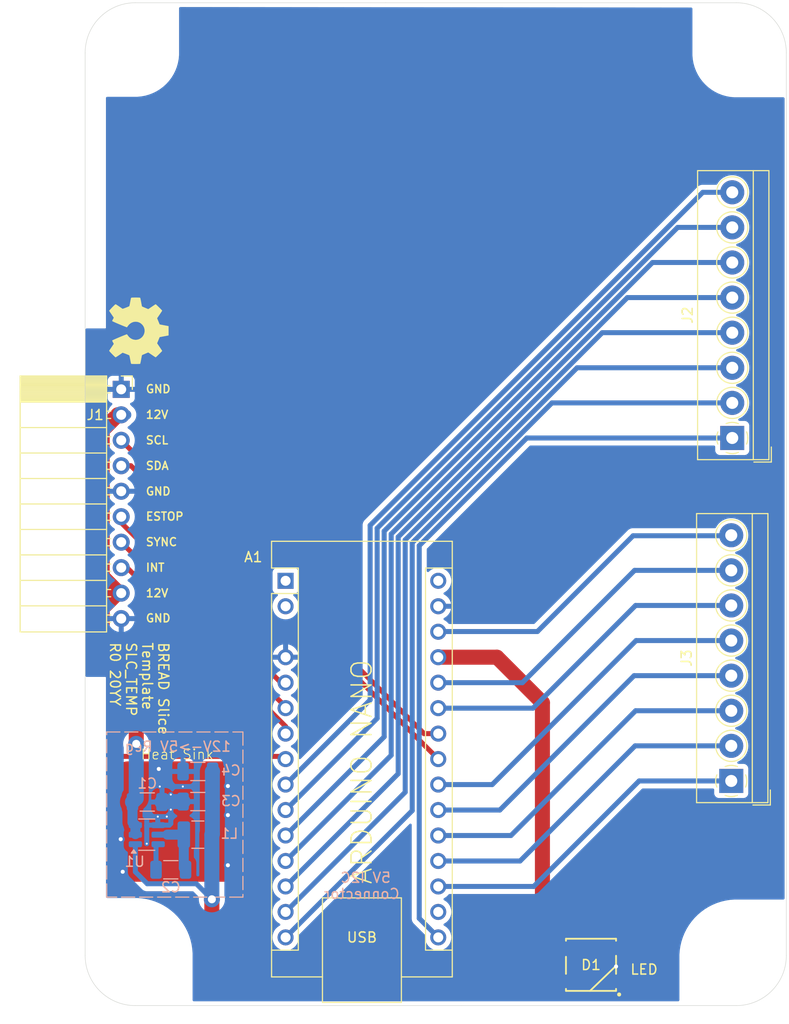
<source format=kicad_pcb>
(kicad_pcb (version 20240108) (generator "pcbnew") (generator_version "8.0")
  (layers (0 "F.Cu" signal) (31 "B.Cu" signal) (34 "B.Paste" user) (35 "F.Paste" user) (36 "B.SilkS" user "B.Silkscreen") (37 "F.SilkS" user "F.Silkscreen") (38 "B.Mask" user) (39 "F.Mask" user) (44 "Edge.Cuts" user))
  (net 0 "")
  (net 3 "GND")
  (net 4 "/D12")
  (net 5 "+5V")
  (net 6 "/LED")
  (net 7 "/I2C_CLK")
  (net 8 "/D11")
  (net 9 "/I2C_DAT")
  (net 10 "/D10")
  (net 11 "/SYNC")
  (net 13 "/E_STOP")
  (net 14 "/A0")
  (net 15 "/A6")
  (net 16 "/A1")
  (net 17 "/A2")
  (net 18 "+12V")
  (net 19 "/INT")
  (net 20 "/D8")
  (net 21 "/A7")
  (net 22 "/D6")
  (net 23 "/D7")
  (net 24 "/D9")
  (net 25 "/D13")
  (net 26 "/A3")
  (net 27 "/RESET")
  (net 28 "Net-(U1-SW)")
  (net 29 "Net-(U1-BST)")
  (net 30 "unconnected-(A1-VIN-Pad30)")
  (net 32 "/AREF")
  (footprint "MountingHole:MountingHole_5mm" (layer "F.Cu") (at 127.6 44.8)
    (property "Reference" "H1" (hide yes))
    (property "Value" "MountingHole")
    (pad "" np_thru_hole circle (at 0 0) (size 5 5) (drill 5) (layers "*.Cu" "*.Mask"))
  )
  (footprint "MountingHole:MountingHole_5mm" (layer "F.Cu") (at 187.6 44.8)
    (property "Reference" "H3" (hide yes))
    (property "Value" "MountingHole")
    (pad "" np_thru_hole circle (at 0 0) (size 5 5) (drill 5) (layers "*.Cu" "*.Mask"))
  )
  (footprint "MountingHole:MountingHole_5mm" (layer "F.Cu") (at 127.6 134.8)
    (property "Reference" "H2" (hide yes))
    (property "Value" "MountingHole")
    (pad "" np_thru_hole circle (at 0 0) (size 5 5) (drill 5) (layers "*.Cu" "*.Mask"))
  )
  (footprint "MountingHole:MountingHole_5mm" (layer "F.Cu") (at 187.6 134.8)
    (property "Reference" "H4" (hide yes))
    (property "Value" "MountingHole")
    (pad "" np_thru_hole circle (at 0 0) (size 5 5) (drill 5) (layers "*.Cu" "*.Mask"))
  )
  (footprint "Module:Arduino_Nano" (layer "F.Cu") (at 142.61 97.44)
    (property "Reference" "A1" (at -3.224 -2.364 0) (layer "F.SilkS"))
    (property "Value" "Arduino_Nano_v3.x")
    (fp_line (start -1.4 -3.94) (end -1.4 -1.27) (stroke (width 0.12)) (layer "F.SilkS"))
    (fp_line (start -1.4 1.27) (end -1.4 39.5) (stroke (width 0.12)) (layer "F.SilkS"))
    (fp_line (start -1.4 39.5) (end 3.68 39.5) (stroke (width 0.12)) (layer "F.SilkS"))
    (fp_line (start 1.27 -1.27) (end -1.4 -1.27) (stroke (width 0.12)) (layer "F.SilkS"))
    (fp_line (start 1.27 1.27) (end -1.4 1.27) (stroke (width 0.12)) (layer "F.SilkS"))
    (fp_line (start 1.27 1.27) (end 1.27 -1.27) (stroke (width 0.12)) (layer "F.SilkS"))
    (fp_line (start 1.27 1.27) (end 1.27 36.83) (stroke (width 0.12)) (layer "F.SilkS"))
    (fp_line (start 1.27 36.83) (end -1.4 36.83) (stroke (width 0.12)) (layer "F.SilkS"))
    (fp_line (start 3.68 31.62) (end 11.56 31.62) (stroke (width 0.12)) (layer "F.SilkS"))
    (fp_line (start 3.68 42.04) (end 3.68 31.62) (stroke (width 0.12)) (layer "F.SilkS"))
    (fp_line (start 11.56 31.62) (end 11.56 42.04) (stroke (width 0.12)) (layer "F.SilkS"))
    (fp_line (start 11.56 42.04) (end 3.68 42.04) (stroke (width 0.12)) (layer "F.SilkS"))
    (fp_line (start 13.97 -1.27) (end 13.97 36.83) (stroke (width 0.12)) (layer "F.SilkS"))
    (fp_line (start 13.97 -1.27) (end 16.64 -1.27) (stroke (width 0.12)) (layer "F.SilkS"))
    (fp_line (start 13.97 36.83) (end 16.64 36.83) (stroke (width 0.12)) (layer "F.SilkS"))
    (fp_line (start 16.64 -3.94) (end -1.4 -3.94) (stroke (width 0.12)) (layer "F.SilkS"))
    (fp_line (start 16.64 39.5) (end 11.56 39.5) (stroke (width 0.12)) (layer "F.SilkS"))
    (fp_line (start 16.64 39.5) (end 16.64 -3.94) (stroke (width 0.12)) (layer "F.SilkS"))
    (fp_text user "USB" (at 7.62 35.56 0) (layer "F.SilkS"))
    (pad "1" thru_hole rect (at 0 0) (size 1.6 1.6) (drill 1) (layers "*.Cu" "*.Mask"))
    (pad "2" thru_hole oval (at 0 2.54) (size 1.6 1.6) (drill 1) (layers "*.Cu" "*.Mask"))
    (pad "4" thru_hole oval (at 0 7.62) (size 1.6 1.6) (drill 1) (layers "*.Cu" "*.Mask") (net 3 "GND"))
    (pad "5" thru_hole oval (at 0 10.16) (size 1.6 1.6) (drill 1) (layers "*.Cu" "*.Mask") (net 13 "/E_STOP"))
    (pad "6" thru_hole oval (at 0 12.7) (size 1.6 1.6) (drill 1) (layers "*.Cu" "*.Mask") (net 19 "/INT"))
    (pad "7" thru_hole oval (at 0 15.24) (size 1.6 1.6) (drill 1) (layers "*.Cu" "*.Mask") (net 11 "/SYNC"))
    (pad "8" thru_hole oval (at 0 17.78) (size 1.6 1.6) (drill 1) (layers "*.Cu" "*.Mask") (net 6 "/LED"))
    (pad "9" thru_hole oval (at 0 20.32) (size 1.6 1.6) (drill 1) (layers "*.Cu" "*.Mask") (net 22 "/D6"))
    (pad "10" thru_hole oval (at 0 22.86) (size 1.6 1.6) (drill 1) (layers "*.Cu" "*.Mask") (net 23 "/D7"))
    (pad "11" thru_hole oval (at 0 25.4) (size 1.6 1.6) (drill 1) (layers "*.Cu" "*.Mask") (net 20 "/D8"))
    (pad "12" thru_hole oval (at 0 27.94) (size 1.6 1.6) (drill 1) (layers "*.Cu" "*.Mask") (net 24 "/D9"))
    (pad "13" thru_hole oval (at 0 30.48) (size 1.6 1.6) (drill 1) (layers "*.Cu" "*.Mask") (net 10 "/D10"))
    (pad "14" thru_hole oval (at 0 33.02) (size 1.6 1.6) (drill 1) (layers "*.Cu" "*.Mask") (net 8 "/D11"))
    (pad "15" thru_hole oval (at 0 35.56) (size 1.6 1.6) (drill 1) (layers "*.Cu" "*.Mask") (net 4 "/D12"))
    (pad "16" thru_hole oval (at 15.24 35.56) (size 1.6 1.6) (drill 1) (layers "*.Cu" "*.Mask") (net 25 "/D13"))
    (pad "17" thru_hole oval (at 15.24 33.02) (size 1.6 1.6) (drill 1) (layers "*.Cu" "*.Mask"))
    (pad "18" thru_hole oval (at 15.24 30.48) (size 1.6 1.6) (drill 1) (layers "*.Cu" "*.Mask") (net 32 "/AREF"))
    (pad "19" thru_hole oval (at 15.24 27.94) (size 1.6 1.6) (drill 1) (layers "*.Cu" "*.Mask") (net 14 "/A0"))
    (pad "20" thru_hole oval (at 15.24 25.4) (size 1.6 1.6) (drill 1) (layers "*.Cu" "*.Mask") (net 16 "/A1"))
    (pad "21" thru_hole oval (at 15.24 22.86) (size 1.6 1.6) (drill 1) (layers "*.Cu" "*.Mask") (net 17 "/A2"))
    (pad "22" thru_hole oval (at 15.24 20.32) (size 1.6 1.6) (drill 1) (layers "*.Cu" "*.Mask") (net 26 "/A3"))
    (pad "23" thru_hole oval (at 15.24 17.78) (size 1.6 1.6) (drill 1) (layers "*.Cu" "*.Mask") (net 9 "/I2C_DAT"))
    (pad "24" thru_hole oval (at 15.24 15.24) (size 1.6 1.6) (drill 1) (layers "*.Cu" "*.Mask") (net 7 "/I2C_CLK"))
    (pad "25" thru_hole oval (at 15.24 12.7) (size 1.6 1.6) (drill 1) (layers "*.Cu" "*.Mask") (net 15 "/A6"))
    (pad "26" thru_hole oval (at 15.24 10.16) (size 1.6 1.6) (drill 1) (layers "*.Cu" "*.Mask") (net 21 "/A7"))
    (pad "27" thru_hole oval (at 15.24 7.62) (size 1.6 1.6) (drill 1) (layers "*.Cu" "*.Mask") (net 5 "+5V"))
    (pad "28" thru_hole oval (at 15.24 5.08) (size 1.6 1.6) (drill 1) (layers "*.Cu" "*.Mask") (net 27 "/RESET"))
    (pad "29" thru_hole oval (at 15.24 2.54) (size 1.6 1.6) (drill 1) (layers "*.Cu" "*.Mask") (net 3 "GND"))
    (pad "30" thru_hole oval (at 15.24 0) (size 1.6 1.6) (drill 1) (layers "*.Cu" "*.Mask") (net 30 "unconnected-(A1-VIN-Pad30)"))
  )
  (footprint "Connector_PinSocket_2.54mm:PinSocket_1x10_P2.54mm_Horizontal" (layer "F.Cu") (at 126.2 78.35)
    (property "Reference" "J1" (at -2.6 2.55 0) (layer "F.SilkS"))
    (property "Value" "Conn_01x10_Female")
    (fp_line (start -10.09 -1.33) (end -10.09 24.19) (stroke (width 0.12)) (layer "F.SilkS"))
    (fp_line (start -10.09 -1.33) (end -1.46 -1.33) (stroke (width 0.12)) (layer "F.SilkS"))
    (fp_line (start -10.09 -1.21) (end -1.46 -1.21) (stroke (width 0.12)) (layer "F.SilkS"))
    (fp_line (start -10.09 -1.091905) (end -1.46 -1.091905) (stroke (width 0.12)) (layer "F.SilkS"))
    (fp_line (start -10.09 -0.97381) (end -1.46 -0.97381) (stroke (width 0.12)) (layer "F.SilkS"))
    (fp_line (start -10.09 -0.855715) (end -1.46 -0.855715) (stroke (width 0.12)) (layer "F.SilkS"))
    (fp_line (start -10.09 -0.73762) (end -1.46 -0.73762) (stroke (width 0.12)) (layer "F.SilkS"))
    (fp_line (start -10.09 -0.619525) (end -1.46 -0.619525) (stroke (width 0.12)) (layer "F.SilkS"))
    (fp_line (start -10.09 -0.50143) (end -1.46 -0.50143) (stroke (width 0.12)) (layer "F.SilkS"))
    (fp_line (start -10.09 -0.383335) (end -1.46 -0.383335) (stroke (width 0.12)) (layer "F.SilkS"))
    (fp_line (start -10.09 -0.26524) (end -1.46 -0.26524) (stroke (width 0.12)) (layer "F.SilkS"))
    (fp_line (start -10.09 -0.147145) (end -1.46 -0.147145) (stroke (width 0.12)) (layer "F.SilkS"))
    (fp_line (start -10.09 -0.02905) (end -1.46 -0.02905) (stroke (width 0.12)) (layer "F.SilkS"))
    (fp_line (start -10.09 0.089045) (end -1.46 0.089045) (stroke (width 0.12)) (layer "F.SilkS"))
    (fp_line (start -10.09 0.20714) (end -1.46 0.20714) (stroke (width 0.12)) (layer "F.SilkS"))
    (fp_line (start -10.09 0.325235) (end -1.46 0.325235) (stroke (width 0.12)) (layer "F.SilkS"))
    (fp_line (start -10.09 0.44333) (end -1.46 0.44333) (stroke (width 0.12)) (layer "F.SilkS"))
    (fp_line (start -10.09 0.561425) (end -1.46 0.561425) (stroke (width 0.12)) (layer "F.SilkS"))
    (fp_line (start -10.09 0.67952) (end -1.46 0.67952) (stroke (width 0.12)) (layer "F.SilkS"))
    (fp_line (start -10.09 0.797615) (end -1.46 0.797615) (stroke (width 0.12)) (layer "F.SilkS"))
    (fp_line (start -10.09 0.91571) (end -1.46 0.91571) (stroke (width 0.12)) (layer "F.SilkS"))
    (fp_line (start -10.09 1.033805) (end -1.46 1.033805) (stroke (width 0.12)) (layer "F.SilkS"))
    (fp_line (start -10.09 1.1519) (end -1.46 1.1519) (stroke (width 0.12)) (layer "F.SilkS"))
    (fp_line (start -10.09 1.27) (end -1.46 1.27) (stroke (width 0.12)) (layer "F.SilkS"))
    (fp_line (start -10.09 3.81) (end -1.46 3.81) (stroke (width 0.12)) (layer "F.SilkS"))
    (fp_line (start -10.09 6.35) (end -1.46 6.35) (stroke (width 0.12)) (layer "F.SilkS"))
    (fp_line (start -10.09 8.89) (end -1.46 8.89) (stroke (width 0.12)) (layer "F.SilkS"))
    (fp_line (start -10.09 11.43) (end -1.46 11.43) (stroke (width 0.12)) (layer "F.SilkS"))
    (fp_line (start -10.09 13.97) (end -1.46 13.97) (stroke (width 0.12)) (layer "F.SilkS"))
    (fp_line (start -10.09 16.51) (end -1.46 16.51) (stroke (width 0.12)) (layer "F.SilkS"))
    (fp_line (start -10.09 19.05) (end -1.46 19.05) (stroke (width 0.12)) (layer "F.SilkS"))
    (fp_line (start -10.09 21.59) (end -1.46 21.59) (stroke (width 0.12)) (layer "F.SilkS"))
    (fp_line (start -10.09 24.19) (end -1.46 24.19) (stroke (width 0.12)) (layer "F.SilkS"))
    (fp_line (start -1.46 -1.33) (end -1.46 24.19) (stroke (width 0.12)) (layer "F.SilkS"))
    (fp_line (start -1.46 -0.36) (end -1.11 -0.36) (stroke (width 0.12)) (layer "F.SilkS"))
    (fp_line (start -1.46 0.36) (end -1.11 0.36) (stroke (width 0.12)) (layer "F.SilkS"))
    (fp_line (start -1.46 2.18) (end -1.05 2.18) (stroke (width 0.12)) (layer "F.SilkS"))
    (fp_line (start -1.46 2.9) (end -1.05 2.9) (stroke (width 0.12)) (layer "F.SilkS"))
    (fp_line (start -1.46 4.72) (end -1.05 4.72) (stroke (width 0.12)) (layer "F.SilkS"))
    (fp_line (start -1.46 5.44) (end -1.05 5.44) (stroke (width 0.12)) (layer "F.SilkS"))
    (fp_line (start -1.46 7.26) (end -1.05 7.26) (stroke (width 0.12)) (layer "F.SilkS"))
    (fp_line (start -1.46 7.98) (end -1.05 7.98) (stroke (width 0.12)) (layer "F.SilkS"))
    (fp_line (start -1.46 9.8) (end -1.05 9.8) (stroke (width 0.12)) (layer "F.SilkS"))
    (fp_line (start -1.46 10.52) (end -1.05 10.52) (stroke (width 0.12)) (layer "F.SilkS"))
    (fp_line (start -1.46 12.34) (end -1.05 12.34) (stroke (width 0.12)) (layer "F.SilkS"))
    (fp_line (start -1.46 13.06) (end -1.05 13.06) (stroke (width 0.12)) (layer "F.SilkS"))
    (fp_line (start -1.46 14.88) (end -1.05 14.88) (stroke (width 0.12)) (layer "F.SilkS"))
    (fp_line (start -1.46 15.6) (end -1.05 15.6) (stroke (width 0.12)) (layer "F.SilkS"))
    (fp_line (start -1.46 17.42) (end -1.05 17.42) (stroke (width 0.12)) (layer "F.SilkS"))
    (fp_line (start -1.46 18.14) (end -1.05 18.14) (stroke (width 0.12)) (layer "F.SilkS"))
    (fp_line (start -1.46 19.96) (end -1.05 19.96) (stroke (width 0.12)) (layer "F.SilkS"))
    (fp_line (start -1.46 20.68) (end -1.05 20.68) (stroke (width 0.12)) (layer "F.SilkS"))
    (fp_line (start -1.46 22.5) (end -1.05 22.5) (stroke (width 0.12)) (layer "F.SilkS"))
    (fp_line (start -1.46 23.22) (end -1.05 23.22) (stroke (width 0.12)) (layer "F.SilkS"))
    (fp_line (start 0 -1.33) (end 1.11 -1.33) (stroke (width 0.12)) (layer "F.SilkS"))
    (fp_line (start 1.11 -1.33) (end 1.11 0) (stroke (width 0.12)) (layer "F.SilkS"))
    (pad "1" thru_hole rect (at 0 0) (size 1.7 1.7) (drill 1) (layers "*.Cu" "*.Mask") (net 3 "GND"))
    (pad "2" thru_hole oval (at 0 2.54) (size 1.7 1.7) (drill 1) (layers "*.Cu" "*.Mask") (net 18 "+12V"))
    (pad "3" thru_hole oval (at 0 5.08) (size 1.7 1.7) (drill 1) (layers "*.Cu" "*.Mask") (net 7 "/I2C_CLK"))
    (pad "4" thru_hole oval (at 0 7.62) (size 1.7 1.7) (drill 1) (layers "*.Cu" "*.Mask") (net 9 "/I2C_DAT"))
    (pad "5" thru_hole oval (at 0 10.16) (size 1.7 1.7) (drill 1) (layers "*.Cu" "*.Mask") (net 3 "GND"))
    (pad "6" thru_hole oval (at 0 12.7) (size 1.7 1.7) (drill 1) (layers "*.Cu" "*.Mask") (net 13 "/E_STOP"))
    (pad "7" thru_hole oval (at 0 15.24) (size 1.7 1.7) (drill 1) (layers "*.Cu" "*.Mask") (net 19 "/INT"))
    (pad "8" thru_hole oval (at 0 17.78) (size 1.7 1.7) (drill 1) (layers "*.Cu" "*.Mask") (net 11 "/SYNC"))
    (pad "9" thru_hole oval (at 0 20.32) (size 1.7 1.7) (drill 1) (layers "*.Cu" "*.Mask") (net 18 "+12V"))
    (pad "10" thru_hole oval (at 0 22.86) (size 1.7 1.7) (drill 1) (layers "*.Cu" "*.Mask") (net 3 "GND"))
  )
  (footprint "Symbol:OSHW-Symbol_6.7x6mm_SilkScreen" (layer "F.Cu") (at 127.95 72.5 -90)
    (property "Reference" "Logo1" (hide yes))
    (property "Value" "Logo_Open_Hardware_Small" (hide yes))
    (fp_poly (pts (xy 0.555814 -2.531069) (xy 0.639635 -2.086445) (xy 0.94892 -1.958947) (xy 1.258206 -1.831449) (xy 1.629246 -2.083754) (xy 1.733157 -2.154004) (xy 1.827087 -2.216728) (xy 1.906652 -2.269062) (xy 1.96747 -2.308143) (xy 2.005157 -2.331107) (xy 2.015421 -2.336058) (xy 2.03391 -2.323324) (xy 2.07342 -2.288118) (xy 2.129522 -2.234938) (xy 2.197787 -2.168282) (xy 2.273786 -2.092646) (xy 2.353092 -2.012528) (xy 2.431275 -1.932426) (xy 2.503907 -1.856836) (xy 2.566559 -1.790255) (xy 2.614803 -1.737182) (xy 2.64421 -1.702113) (xy 2.651241 -1.690377) (xy 2.641123 -1.66874) (xy 2.612759 -1.621338) (xy 2.569129 -1.552807) (xy 2.513218 -1.467785) (xy 2.448006 -1.370907) (xy 2.410219 -1.31565) (xy 2.341343 -1.214752) (xy 2.28014 -1.123701) (xy 2.229578 -1.04703) (xy 2.192628 -0.989272) (xy 2.172258 -0.954957) (xy 2.169197 -0.947746) (xy 2.176136 -0.927252) (xy 2.195051 -0.879487) (xy 2.223087 -0.811168) (xy 2.257391 -0.729011) (xy 2.295109 -0.63973) (xy 2.333387 -0.550042) (xy 2.36937 -0.466662) (xy 2.400206 -0.396306) (xy 2.423039 -0.34569) (xy 2.435017 -0.321529) (xy 2.435724 -0.320578) (xy 2.454531 -0.315964) (xy 2.504618 -0.305672) (xy 2.580793 -0.290713) (xy 2.677865 -0.272099) (xy 2.790643 -0.250841) (xy 2.856442 -0.238582) (xy 2.97695 -0.215638) (xy 3.085797 -0.193805) (xy 3.177476 -0.174278) (xy 3.246481 -0.158252) (xy 3.287304 -0.146921) (xy 3.295511 -0.143326) (xy 3.303548 -0.118994) (xy 3.310033 -0.064041) (xy 3.31497 0.015108) (xy 3.318364 0.112026) (xy 3.320218 0.220287) (xy 3.320538 0.333465) (xy 3.319327 0.445135) (xy 3.31659 0.548868) (xy 3.312331 0.638241) (xy 3.306555 0.706826) (xy 3.299267 0.748197) (xy 3.294895 0.75681) (xy 3.268764 0.767133) (xy 3.213393 0.781892) (xy 3.136107 0.799352) (xy 3.04423 0.81778) (xy 3.012158 0.823741) (xy 2.857524 0.852066) (xy 2.735375 0.874876) (xy 2.641673 0.89308) (xy 2.572384 0.907583) (xy 2.523471 0.919292) (xy 2.490897 0.929115) (xy 2.470628 0.937956) (xy 2.458626 0.946724) (xy 2.456947 0.948457) (xy 2.440184 0.976371) (xy 2.414614 1.030695) (xy 2.382788 1.104777) (xy 2.34726 1.191965) (xy 2.310583 1.285608) (xy 2.275311 1.379052) (xy 2.243996 1.465647) (xy 2.219193 1.53874) (xy 2.203454 1.591678) (xy 2.199332 1.617811) (xy 2.199676 1.618726) (xy 2.213641 1.640086) (xy 2.245322 1.687084) (xy 2.291391 1.754827) (xy 2.348518 1.838423) (xy 2.413373 1.932982) (xy 2.431843 1.959854) (xy 2.497699 2.057275) (xy 2.55565 2.146163) (xy 2.602538 2.221412) (xy 2.635207 2.27792) (xy 2.6505 2.310581) (xy 2.651241 2.314593) (xy 2.638392 2.335684) (xy 2.602888 2.377464) (xy 2.549293 2.435445) (xy 2.482171 2.505135) (xy 2.406087 2.582045) (xy 2.325604 2.661683) (xy 2.245287 2.739561) (xy 2.169699 2.811186) (xy 2.103405 2.87207) (xy 2.050969 2.917721) (xy 2.016955 2.94365) (xy 2.007545 2.947883) (xy 1.985643 2.937912) (xy 1.9408 2.91102) (xy 1.880321 2.871736) (xy 1.833789 2.840117) (xy 1.749475 2.782098) (xy 1.649626 2.713784) (xy 1.549473 2.645579) (xy 1.495627 2.609075) (xy 1.313371 2.4858) (xy 1.160381 2.56852) (xy 1.090682 2.604759) (xy 1.031414 2.632926) (xy 0.991311 2.648991) (xy 0.981103 2.651226) (xy 0.968829 2.634722) (xy 0.944613 2.588082) (xy 0.910263 2.515609) (xy 0.867588 2.421606) (xy 0.818394 2.310374) (xy 0.76449 2.186215) (xy 0.707684 2.053432) (xy 0.649782 1.916327) (xy 0.592593 1.779202) (xy 0.537924 1.646358) (xy 0.487584 1.522098) (xy 0.44338 1.410725) (xy 0.407119 1.316539) (xy 0.380609 1.243844) (xy 0.365658 1.196941) (xy 0.363254 1.180833) (xy 0.382311 1.160286) (xy 0.424036 1.126933) (xy 0.479706 1.087702) (xy 0.484378 1.084599) (xy 0.628264 0.969423) (xy 0.744283 0.835053) (xy 0.83143 0.685784) (xy 0.888699 0.525913) (xy 0.915086 0.359737) (xy 0.909585 0.191552) (xy 0.87119 0.025655) (xy 0.798895 -0.133658) (xy 0.777626 -0.168513) (xy 0.666996 -0.309263) (xy 0.536302 -0.422286) (xy 0.390064 -0.506997) (xy 0.232808 -0.562806) (xy 0.069057 -0.589126) (xy -0.096667 -0.58537) (xy -0.259838 -0.55095) (xy -0.415935 -0.485277) (xy -0.560433 -0.387765) (xy -0.605131 -0.348187) (xy -0.718888 -0.224297) (xy -0.801782 -0.093876) (xy -0.858644 0.052315) (xy -0.890313 0.197088) (xy -0.898131 0.35986) (xy -0.872062 0.52344) (xy -0.814755 0.682298) (xy -0.728856 0.830906) (xy -0.617014 0.963735) (xy -0.481877 1.075256) (xy -0.464117 1.087011) (xy -0.40785 1.125508) (xy -0.365077 1.158863) (xy -0.344628 1.18016) (xy -0.344331 1.180833) (xy -0.348721 1.203871) (xy -0.366124 1.256157) (xy -0.394732 1.33339) (xy -0.432735 1.431268) (xy -0.478326 1.545491) (xy -0.529697 1.671758) (xy -0.585038 1.805767) (xy -0.642542 1.943218) (xy -0.700399 2.079808) (xy -0.756802 2.211237) (xy -0.809942 2.333205) (xy -0.85801 2.441409) (xy -0.899199 2.531549) (xy -0.931699 2.599323) (xy -0.953703 2.64043) (xy -0.962564 2.651226) (xy -0.98964 2.642819) (xy -1.040303 2.620272) (xy -1.105817 2.587613) (xy -1.141841 2.56852) (xy -1.294832 2.4858) (xy -1.477088 2.609075) (xy -1.570125 2.672228) (xy -1.671985 2.741727) (xy -1.767438 2.807165) (xy -1.81525 2.840117) (xy -1.882495 2.885273) (xy -1.939436 2.921057) (xy -1.978646 2.942938) (xy -1.991381 2.947563) (xy -2.009917 2.935085) (xy -2.050941 2.900252) (xy -2.110475 2.846678) (xy -2.184542 2.777983) (xy -2.269165 2.697781) (xy -2.322685 2.646286) (xy -2.416319 2.554286) (xy -2.497241 2.471999) (xy -2.562177 2.402945) (xy -2.607858 2.350644) (xy -2.631011 2.318616) (xy -2.633232 2.312116) (xy -2.622924 2.287394) (xy -2.594439 2.237405) (xy -2.550937 2.167212) (xy -2.495577 2.081875) (xy -2.43152 1.986456) (xy -2.413303 1.959854) (xy -2.346927 1.863167) (xy -2.287378 1.776117) (xy -2.237984 1.703595) (xy -2.202075 1.650493) (xy -2.182981 1.621703) (xy -2.181136 1.618726) (xy -2.183895 1.595782) (xy -2.198538 1.545336) (xy -2.222513 1.474041) (xy -2.253266 1.388547) (xy -2.288244 1.295507) (xy -2.324893 1.201574) (xy -2.360661 1.113399) (xy -2.392994 1.037634) (xy -2.419338 0.980931) (xy -2.437142 0.949943) (xy -2.438407 0.948457) (xy -2.449294 0.939601) (xy -2.467682 0.930843) (xy -2.497606 0.921277) (xy -2.543103 0.909996) (xy -2.608209 0.896093) (xy -2.696961 0.878663) (xy -2.813393 0.856798) (xy -2.961542 0.829591) (xy -2.993618 0.823741) (xy -3.088686 0.805374) (xy -3.171565 0.787405) (xy -3.23493 0.771569) (xy -3.271458 0.7596) (xy -3.276356 0.75681) (xy -3.284427 0.732072) (xy -3.290987 0.67679) (xy -3.296033 0.597389) (xy -3.299559 0.500296) (xy -3.301561 0.391938) (xy -3.302036 0.27874) (xy -3.300977 0.167128) (xy -3.298382 0.063529) (xy -3.294246 -0.025632) (xy -3.288563 -0.093928) (xy -3.281331 -0.134934) (xy -3.276971 -0.143326) (xy -3.252698 -0.151792) (xy -3.197426 -0.165565) (xy -3.116662 -0.18345) (xy -3.015912 -0.204252) (xy -2.900683 -0.226777) (xy -2.837902 -0.238582) (xy -2.718787 -0.260849) (xy -2.612565 -0.281021) (xy -2.524427 -0.298085) (xy -2.459566 -0.311031) (xy -2.423174 -0.318845) (xy -2.417184 -0.320578) (xy -2.407061 -0.34011) (xy -2.385662 -0.387157) (xy -2.355839 -0.454997) (xy -2.320445 -0.536909) (xy -2.282332 -0.626172) (xy -2.244353 -0.716065) (xy -2.20936 -0.799865) (xy -2.180206 -0.870853) (xy -2.159743 -0.922306) (xy -2.150823 -0.947503) (xy -2.150657 -0.948604) (xy -2.160769 -0.968481) (xy -2.189117 -1.014223) (xy -2.232723 -1.081283) (xy -2.288606 -1.165116) (xy -2.353787 -1.261174) (xy -2.391679 -1.31635) (xy -2.460725 -1.417519) (xy -2.52205 -1.50937) (xy -2.572663 -1.587256) (xy -2.609571 -1.646531) (xy -2.629782 -1.682549) (xy -2.632701 -1.690623) (xy -2.620153 -1.709416) (xy -2.585463 -1.749543) (xy -2.533063 -1.806507) (xy -2.467384 -1.875815) (xy -2.392856 -1.952969) (xy -2.313913 -2.033475) (xy -2.234983 -2.112837) (xy -2.1605 -2.18656) (xy -2.094894 -2.250148) (xy -2.042596 -2.299106) (xy -2.008039 -2.328939) (xy -1.996478 -2.336058) (xy -1.977654 -2.326047) (xy -1.932631 -2.297922) (xy -1.865787 -2.254546) (xy -1.781499 -2.198782) (xy -1.684144 -2.133494) (xy -1.610707 -2.083754) (xy -1.239667 -1.831449) (xy -0.621095 -2.086445) (xy -0.537275 -2.531069) (xy -0.453454 -2.975693) (xy 0.471994 -2.975693) (xy 0.555814 -2.531069)) (stroke (width 0.01)) (fill solid) (layer "F.SilkS"))
  )
  (footprint "KML-Custom:Thermal Pad" (layer "F.Cu") (at 131.8 121.45)
    (property "Reference" "HS1")
    (property "Value" "Heatsink_Pad")
    (fp_text user "Heat Sink" (at 0 -6.7 0) (layer "F.SilkS") (effects (font (thickness 0.1))))
    (pad "1" smd roundrect (at 0 0) (size 12 12) (layers "F.Cu" "F.Paste" "F.Mask") (roundrect_rratio 0.08333333333) (net 3 "GND"))
  )
  (footprint "TerminalBlock_4Ucon:TerminalBlock_4Ucon_1x08_P3.50mm_Horizontal" (layer "F.Cu") (at 187.1 117.4 90)
    (property "Reference" "J3" (at 12.25 -4.46 90) (layer "F.SilkS"))
    (property "Value" "Conn_01x08")
    (fp_line (start 26.66 -3.46) (end 26.66 3.66) (stroke (width 0.12)) (layer "F.SilkS"))
    (fp_line (start -2.16 -3.46) (end 26.66 -3.46) (stroke (width 0.12)) (layer "F.SilkS"))
    (fp_line (start -2.16 -3.46) (end -2.16 3.66) (stroke (width 0.12)) (layer "F.SilkS"))
    (fp_line (start -2.16 2.1) (end 26.66 2.1) (stroke (width 0.12)) (layer "F.SilkS"))
    (fp_line (start -2.4 2.16) (end -2.4 3.9) (stroke (width 0.12)) (layer "F.SilkS"))
    (fp_line (start -2.16 3.66) (end 26.66 3.66) (stroke (width 0.12)) (layer "F.SilkS"))
    (fp_line (start -2.4 3.9) (end -0.9 3.9) (stroke (width 0.12)) (layer "F.SilkS"))
    (fp_arc (start -0.607742 -1.432109) (mid 0.00014 -1.555727) (end 0.608 -1.432) (stroke (width 0.12)) (layer "F.SilkS"))
    (fp_arc (start 1.432109 -0.607742) (mid 1.555727 0.00014) (end 1.432 0.608) (stroke (width 0.12)) (layer "F.SilkS"))
    (fp_arc (start -1.432109 0.607742) (mid -1.555727 -0.00014) (end -1.432 -0.608) (stroke (width 0.12)) (layer "F.SilkS"))
    (fp_arc (start 0.607587 1.431385) (mid 0.310017 1.523783) (end 0 1.555) (stroke (width 0.12)) (layer "F.SilkS"))
    (fp_arc (start 0.027011 1.555493) (mid -0.296984 1.527118) (end -0.608 1.432) (stroke (width 0.12)) (layer "F.SilkS"))
    (fp_circle (center 24.5 0) (end 26.055 0) (stroke (width 0.12)) (fill none) (layer "F.SilkS"))
    (fp_circle (center 21 0) (end 22.555 0) (stroke (width 0.12)) (fill none) (layer "F.SilkS"))
    (fp_circle (center 17.5 0) (end 19.055 0) (stroke (width 0.12)) (fill none) (layer "F.SilkS"))
    (fp_circle (center 14 0) (end 15.555 0) (stroke (width 0.12)) (fill none) (layer "F.SilkS"))
    (fp_circle (center 10.5 0) (end 12.055 0) (stroke (width 0.12)) (fill none) (layer "F.SilkS"))
    (fp_circle (center 7 0) (end 8.555 0) (stroke (width 0.12)) (fill none) (layer "F.SilkS"))
    (fp_circle (center 3.5 0) (end 5.055 0) (stroke (width 0.12)) (fill none) (layer "F.SilkS"))
    (pad "1" thru_hole rect (at 0 0 90) (size 2.4 2.4) (drill 1.2) (layers "*.Cu" "*.Mask") (net 32 "/AREF"))
    (pad "2" thru_hole circle (at 3.5 0 90) (size 2.4 2.4) (drill 1.2) (layers "*.Cu" "*.Mask") (net 14 "/A0"))
    (pad "3" thru_hole circle (at 7 0 90) (size 2.4 2.4) (drill 1.2) (layers "*.Cu" "*.Mask") (net 16 "/A1"))
    (pad "4" thru_hole circle (at 10.5 0 90) (size 2.4 2.4) (drill 1.2) (layers "*.Cu" "*.Mask") (net 17 "/A2"))
    (pad "5" thru_hole circle (at 14 0 90) (size 2.4 2.4) (drill 1.2) (layers "*.Cu" "*.Mask") (net 26 "/A3"))
    (pad "6" thru_hole circle (at 17.5 0 90) (size 2.4 2.4) (drill 1.2) (layers "*.Cu" "*.Mask") (net 15 "/A6"))
    (pad "7" thru_hole circle (at 21 0 90) (size 2.4 2.4) (drill 1.2) (layers "*.Cu" "*.Mask") (net 21 "/A7"))
    (pad "8" thru_hole circle (at 24.5 0 90) (size 2.4 2.4) (drill 1.2) (layers "*.Cu" "*.Mask") (net 27 "/RESET"))
  )
  (footprint "TerminalBlock_4Ucon:TerminalBlock_4Ucon_1x08_P3.50mm_Horizontal" (layer "F.Cu") (at 187.2 83.2 90)
    (property "Reference" "J2" (at 12.25 -4.46 90) (layer "F.SilkS"))
    (property "Value" "Conn_01x08")
    (fp_line (start 26.66 -3.46) (end 26.66 3.66) (stroke (width 0.12)) (layer "F.SilkS"))
    (fp_line (start -2.16 -3.46) (end 26.66 -3.46) (stroke (width 0.12)) (layer "F.SilkS"))
    (fp_line (start -2.16 -3.46) (end -2.16 3.66) (stroke (width 0.12)) (layer "F.SilkS"))
    (fp_line (start -2.16 2.1) (end 26.66 2.1) (stroke (width 0.12)) (layer "F.SilkS"))
    (fp_line (start -2.4 2.16) (end -2.4 3.9) (stroke (width 0.12)) (layer "F.SilkS"))
    (fp_line (start -2.16 3.66) (end 26.66 3.66) (stroke (width 0.12)) (layer "F.SilkS"))
    (fp_line (start -2.4 3.9) (end -0.9 3.9) (stroke (width 0.12)) (layer "F.SilkS"))
    (fp_arc (start -0.607742 -1.432109) (mid 0.00014 -1.555727) (end 0.608 -1.432) (stroke (width 0.12)) (layer "F.SilkS"))
    (fp_arc (start 1.432109 -0.607742) (mid 1.555727 0.00014) (end 1.432 0.608) (stroke (width 0.12)) (layer "F.SilkS"))
    (fp_arc (start -1.432109 0.607742) (mid -1.555727 -0.00014) (end -1.432 -0.608) (stroke (width 0.12)) (layer "F.SilkS"))
    (fp_arc (start 0.607587 1.431385) (mid 0.310017 1.523783) (end 0 1.555) (stroke (width 0.12)) (layer "F.SilkS"))
    (fp_arc (start 0.027011 1.555493) (mid -0.296984 1.527118) (end -0.608 1.432) (stroke (width 0.12)) (layer "F.SilkS"))
    (fp_circle (center 24.5 0) (end 26.055 0) (stroke (width 0.12)) (fill none) (layer "F.SilkS"))
    (fp_circle (center 21 0) (end 22.555 0) (stroke (width 0.12)) (fill none) (layer "F.SilkS"))
    (fp_circle (center 17.5 0) (end 19.055 0) (stroke (width 0.12)) (fill none) (layer "F.SilkS"))
    (fp_circle (center 14 0) (end 15.555 0) (stroke (width 0.12)) (fill none) (layer "F.SilkS"))
    (fp_circle (center 10.5 0) (end 12.055 0) (stroke (width 0.12)) (fill none) (layer "F.SilkS"))
    (fp_circle (center 7 0) (end 8.555 0) (stroke (width 0.12)) (fill none) (layer "F.SilkS"))
    (fp_circle (center 3.5 0) (end 5.055 0) (stroke (width 0.12)) (fill none) (layer "F.SilkS"))
    (pad "1" thru_hole rect (at 0 0 90) (size 2.4 2.4) (drill 1.2) (layers "*.Cu" "*.Mask") (net 25 "/D13"))
    (pad "2" thru_hole circle (at 3.5 0 90) (size 2.4 2.4) (drill 1.2) (layers "*.Cu" "*.Mask") (net 4 "/D12"))
    (pad "3" thru_hole circle (at 7 0 90) (size 2.4 2.4) (drill 1.2) (layers "*.Cu" "*.Mask") (net 8 "/D11"))
    (pad "4" thru_hole circle (at 10.5 0 90) (size 2.4 2.4) (drill 1.2) (layers "*.Cu" "*.Mask") (net 10 "/D10"))
    (pad "5" thru_hole circle (at 14 0 90) (size 2.4 2.4) (drill 1.2) (layers "*.Cu" "*.Mask") (net 24 "/D9"))
    (pad "6" thru_hole circle (at 17.5 0 90) (size 2.4 2.4) (drill 1.2) (layers "*.Cu" "*.Mask") (net 20 "/D8"))
    (pad "7" thru_hole circle (at 21 0 90) (size 2.4 2.4) (drill 1.2) (layers "*.Cu" "*.Mask") (net 23 "/D7"))
    (pad "8" thru_hole circle (at 24.5 0 90) (size 2.4 2.4) (drill 1.2) (layers "*.Cu" "*.Mask") (net 22 "/D6"))
  )
  (footprint "SparkFun-LED:WS2812-5050-4PIN" (layer "F.Cu") (at 173.1 135.732769)
    (property "Reference" "D1" (at 0 0.6 0) (layer "F.SilkS") (effects (justify bottom)))
    (property "Value" "WS2812B_5050")
    (fp_line (start -2.5 -2.6) (end 2.5 -2.6) (stroke (width 0.1778)) (layer "F.SilkS"))
    (fp_line (start -2.5 -2.4) (end -2.5 -2.6) (stroke (width 0.1778)) (layer "F.SilkS"))
    (fp_line (start -2.5 0.9) (end -2.5 -0.8) (stroke (width 0.1778)) (layer "F.SilkS"))
    (fp_line (start -2.5 2.4) (end -2.5 2.6) (stroke (width 0.1778)) (layer "F.SilkS"))
    (fp_line (start -2.5 2.6) (end 2.5 2.6) (stroke (width 0.1778)) (layer "F.SilkS"))
    (fp_line (start 2.5 -2.6) (end 2.5 -2.4) (stroke (width 0.1778)) (layer "F.SilkS"))
    (fp_line (start 2.5 -0.9) (end 2.5 0.1) (stroke (width 0.1778)) (layer "F.SilkS"))
    (fp_line (start 2.5 0.1) (end -0.1 2.6) (stroke (width 0.1778)) (layer "F.SilkS"))
    (fp_line (start 2.5 0.1) (end 2.5 0.9) (stroke (width 0.1778)) (layer "F.SilkS"))
    (fp_line (start 2.5 2.6) (end 2.5 2.4) (stroke (width 0.1778)) (layer "F.SilkS"))
    (fp_circle (center 2.808182 2.959462) (end 2.808182 3.059462) (stroke (width 0.2)) (fill solid) (layer "F.SilkS"))
    (pad "1" smd rect (at -2.577 -1.6) (size 1.651 1) (layers "F.Cu" "F.Paste" "F.Mask") (net 5 "+5V"))
    (pad "2" smd rect (at -2.577 1.6) (size 1.651 1) (layers "F.Cu" "F.Paste" "F.Mask"))
    (pad "3" smd rect (at 2.577 1.6) (size 1.651 1) (layers "F.Cu" "F.Paste" "F.Mask") (net 3 "GND"))
    (pad "4" smd rect (at 2.577 -1.6) (size 1.651 1) (layers "F.Cu" "F.Paste" "F.Mask") (net 6 "/LED"))
  )
  (footprint "Capacitor_SMD:C_1206_3216Metric" (layer "B.Cu") (at 128.8 119.5 180)
    (property "Reference" "C1" (at 0 1.85 180) (layer "B.SilkS") (effects (justify mirror)))
    (property "Value" "22uF")
    (fp_line (start 0.711252 0.91) (end -0.711252 0.91) (stroke (width 0.12)) (layer "B.SilkS"))
    (fp_line (start 0.711252 -0.91) (end -0.711252 -0.91) (stroke (width 0.12)) (layer "B.SilkS"))
    (pad "1" smd roundrect (at -1.475 0 180) (size 1.15 1.8) (layers "B.Cu" "B.Paste" "B.Mask") (roundrect_rratio 0.217391) (net 3 "GND"))
    (pad "2" smd roundrect (at 1.475 0 180) (size 1.15 1.8) (layers "B.Cu" "B.Paste" "B.Mask") (roundrect_rratio 0.217391) (net 18 "+12V"))
  )
  (footprint "Package_TO_SOT_SMD:TSOT-23-6" (layer "B.Cu") (at 128.75 122.755)
    (property "Reference" "U1" (at -1.2 2.695 0) (layer "B.SilkS") (effects (justify mirror)))
    (property "Value" "~")
    (fp_line (start -0.8 -1.56) (end 0 -1.56) (stroke (width 0.12)) (layer "B.SilkS"))
    (fp_line (start -0.8 1.56) (end 0 1.56) (stroke (width 0.12)) (layer "B.SilkS"))
    (fp_line (start 0.8 -1.56) (end 0 -1.56) (stroke (width 0.12)) (layer "B.SilkS"))
    (fp_line (start 0.8 1.56) (end 0 1.56) (stroke (width 0.12)) (layer "B.SilkS"))
    (fp_poly (pts (xy -1.3 1.51) (xy -1.54 1.84) (xy -1.06 1.84) (xy -1.3 1.51)) (stroke (width 0.12)) (fill solid) (layer "B.SilkS"))
    (pad "1" smd roundrect (at -1.1375 0.95) (size 1.325 0.6) (layers "B.Cu" "B.Paste" "B.Mask") (net 5 "+5V"))
    (pad "2" smd roundrect (at -1.1375 0) (size 1.325 0.6) (layers "B.Cu" "B.Paste" "B.Mask") (net 18 "+12V"))
    (pad "3" smd roundrect (at -1.1375 -0.95) (size 1.325 0.6) (layers "B.Cu" "B.Paste" "B.Mask") (net 18 "+12V"))
    (pad "4" smd roundrect (at 1.1375 -0.95) (size 1.325 0.6) (layers "B.Cu" "B.Paste" "B.Mask") (net 3 "GND"))
    (pad "5" smd roundrect (at 1.1375 0) (size 1.325 0.6) (layers "B.Cu" "B.Paste" "B.Mask") (net 28 "Net-(U1-SW)"))
    (pad "6" smd roundrect (at 1.1375 0.95) (size 1.325 0.6) (layers "B.Cu" "B.Paste" "B.Mask") (net 29 "Net-(U1-BST)"))
  )
  (footprint "Capacitor_SMD:C_1206_3216Metric" (layer "B.Cu") (at 131.15 126.255 180)
    (property "Reference" "C2" (at 0 -1.745 180) (layer "B.SilkS") (effects (justify mirror)))
    (property "Value" "100nF")
    (fp_line (start 0.711252 0.91) (end -0.711252 0.91) (stroke (width 0.12)) (layer "B.SilkS"))
    (fp_line (start 0.711252 -0.91) (end -0.711252 -0.91) (stroke (width 0.12)) (layer "B.SilkS"))
    (pad "1" smd roundrect (at -1.475 0 180) (size 1.15 1.8) (layers "B.Cu" "B.Paste" "B.Mask") (roundrect_rratio 0.217391) (net 28 "Net-(U1-SW)"))
    (pad "2" smd roundrect (at 1.475 0 180) (size 1.15 1.8) (layers "B.Cu" "B.Paste" "B.Mask") (roundrect_rratio 0.217391) (net 29 "Net-(U1-BST)"))
  )
  (footprint "Capacitor_SMD:C_1206_3216Metric" (layer "B.Cu") (at 133.85 119.455)
    (property "Reference" "C3" (at 3.3 -0.055 0) (layer "B.SilkS") (effects (justify mirror)))
    (property "Value" "22uF")
    (fp_line (start 0.711252 -0.91) (end -0.711252 -0.91) (stroke (width 0.12)) (layer "B.SilkS"))
    (fp_line (start 0.711252 0.91) (end -0.711252 0.91) (stroke (width 0.12)) (layer "B.SilkS"))
    (pad "1" smd roundrect (at -1.475 0) (size 1.15 1.8) (layers "B.Cu" "B.Paste" "B.Mask") (roundrect_rratio 0.217391) (net 3 "GND"))
    (pad "2" smd roundrect (at 1.475 0) (size 1.15 1.8) (layers "B.Cu" "B.Paste" "B.Mask") (roundrect_rratio 0.217391) (net 5 "+5V"))
  )
  (footprint "Capacitor_SMD:C_1206_3216Metric" (layer "B.Cu") (at 133.85 116.455)
    (property "Reference" "C4" (at 3.3 -0.105 0) (layer "B.SilkS") (effects (justify mirror)))
    (property "Value" "22uF")
    (fp_line (start 0.711252 -0.91) (end -0.711252 -0.91) (stroke (width 0.12)) (layer "B.SilkS"))
    (fp_line (start 0.711252 0.91) (end -0.711252 0.91) (stroke (width 0.12)) (layer "B.SilkS"))
    (pad "1" smd roundrect (at -1.475 0) (size 1.15 1.8) (layers "B.Cu" "B.Paste" "B.Mask") (roundrect_rratio 0.217391) (net 3 "GND"))
    (pad "2" smd roundrect (at 1.475 0) (size 1.15 1.8) (layers "B.Cu" "B.Paste" "B.Mask") (roundrect_rratio 0.217391) (net 5 "+5V"))
  )
  (footprint "Inductor_SMD:L_1210_3225Metric" (layer "B.Cu") (at 133.85 122.755)
    (property "Reference" "L1" (at 3.15 -0.105 0) (layer "B.SilkS") (effects (justify mirror)))
    (property "Value" "4.7uH")
    (fp_line (start 0.602064 -1.36) (end -0.602064 -1.36) (stroke (width 0.12)) (layer "B.SilkS"))
    (fp_line (start 0.602064 1.36) (end -0.602064 1.36) (stroke (width 0.12)) (layer "B.SilkS"))
    (pad "1" smd roundrect (at -1.4 0) (size 1.25 2.65) (layers "B.Cu" "B.Paste" "B.Mask") (roundrect_rratio 0.2) (net 28 "Net-(U1-SW)"))
    (pad "2" smd roundrect (at 1.4 0) (size 1.25 2.65) (layers "B.Cu" "B.Paste" "B.Mask") (roundrect_rratio 0.2) (net 5 "+5V"))
  )
  (gr_rect (start 124.75 112.516) (end 138.35 128.984) (stroke (width 0.12) (type dash)) (fill none) (layer "B.SilkS"))
  (gr_line (start 192.6 44.8) (end 192.6 94.8) (stroke (width 0.05)) (layer "Edge.Cuts"))
  (gr_arc (start 187.6 39.8) (mid 191.135534 41.264466) (end 192.6 44.8) (stroke (width 0.05)) (layer "Edge.Cuts"))
  (gr_arc (start 192.6 134.8) (mid 191.135534 138.335534) (end 187.6 139.8) (stroke (width 0.05)) (layer "Edge.Cuts"))
  (gr_line (start 152.6 39.8) (end 187.6 39.8) (stroke (width 0.05)) (layer "Edge.Cuts"))
  (gr_arc (start 122.6 44.8) (mid 124.064466 41.264466) (end 127.6 39.8) (stroke (width 0.05)) (layer "Edge.Cuts"))
  (gr_line (start 192.6 94.8) (end 192.6 134.8) (stroke (width 0.05)) (layer "Edge.Cuts"))
  (gr_line (start 122.6 134.8) (end 122.6 44.8) (stroke (width 0.05)) (layer "Edge.Cuts"))
  (gr_line (start 127.6 39.8) (end 152.6 39.8) (stroke (width 0.05)) (layer "Edge.Cuts"))
  (gr_arc (start 127.6 139.8) (mid 124.064466 138.335534) (end 122.6 134.8) (stroke (width 0.05)) (layer "Edge.Cuts"))
  (gr_line (start 160.188 139.8) (end 187.6 139.8) (stroke (width 0.05)) (layer "Edge.Cuts"))
  (gr_line (start 127.6 139.8) (end 160.188 139.8) (stroke (width 0.05)) (layer "Edge.Cuts"))
  (gr_text "12V->5V Reg" (at 131.85 114.555 0) (layer "B.SilkS") (effects (font (size 1 1)) (justify bottom mirror)))
  (gr_text "5V I2C \nConnector" (at 150.22 129.24 0) (layer "B.SilkS") (effects (font (size 1 1)) (justify bottom mirror)))
  (gr_text "GND" (at 129.89619 88.522 0) (layer "F.SilkS") (effects (font (size 0.8 0.8))))
  (gr_text "LED" (at 178.4 136.2 0) (layer "F.SilkS") (effects (font (size 1 1))))
  (gr_text "12V" (at 129.781905 98.672 0) (layer "F.SilkS") (effects (font (size 0.8 0.8))))
  (gr_text "SYNC" (at 130.22 93.572 0) (layer "F.SilkS") (effects (font (size 0.8 0.8))))
  (gr_text "GND" (at 129.89619 101.172 0) (layer "F.SilkS") (effects (font (size 0.8 0.8))))
  (gr_text "BREAD Slice\nTemplate\nSLC_TEMP\nR0 20YY" (at 128 103.5 270) (layer "F.SilkS") (effects (font (size 1 1)) (justify left)))
  (gr_text "GND" (at 129.89619 78.322 0) (layer "F.SilkS") (effects (font (size 0.8 0.8))))
  (gr_text "ESTOP" (at 130.543809 91.022 0) (layer "F.SilkS") (effects (font (size 0.8 0.8))))
  (gr_text "INT" (at 129.591428 96.122 0) (layer "F.SilkS") (effects (font (size 0.8 0.8))))
  (gr_text "SDA" (at 129.800952 85.972 0) (layer "F.SilkS") (effects (font (size 0.8 0.8))))
  (gr_text "SCL" (at 129.781905 83.422 0) (layer "F.SilkS") (effects (font (size 0.8 0.8))))
  (gr_text "ARDUINO NANO" (at 150.22 116.49 90) (layer "F.SilkS") (effects (font (size 2 2))))
  (gr_text "12V" (at 129.781905 80.872 0) (layer "F.SilkS") (effects (font (size 0.8 0.8))))
  (segment (start 175.6 135.9) (end 175.6 137.255769) (width 0.5) (layer "F.Cu") (net 3))
  (via (at 136.85 117.905) (size 0.8) (drill 0.4) (layers "F.Cu" "B.Cu") (net 3))
  (via (at 126.35 126.455) (size 0.8) (drill 0.4) (layers "F.Cu" "B.Cu") (net 3))
  (via (at 129.85 120.955) (size 0.5) (drill 0.2) (layers "F.Cu" "B.Cu") (net 3))
  (via (at 129.95 116.205) (size 0.8) (drill 0.4) (layers "F.Cu" "B.Cu") (net 3))
  (via (at 131.15 120.255) (size 0.5) (drill 0.2) (layers "F.Cu" "B.Cu") (net 3))
  (via (at 131.15 118.755) (size 0.5) (drill 0.2) (layers "F.Cu" "B.Cu") (net 3))
  (via (at 130.05 117.955) (size 0.5) (drill 0.2) (layers "F.Cu" "B.Cu") (net 3))
  (via (at 175.6 135.9) (size 0.8) (drill 0.4) (layers "F.Cu" "B.Cu") (net 3))
  (via (at 132.35 117.955) (size 0.5) (drill 0.2) (layers "F.Cu" "B.Cu") (net 3))
  (via (at 126.15 123.205) (size 0.8) (drill 0.4) (layers "F.Cu" "B.Cu") (net 3))
  (via (at 136.85 125.805) (size 0.8) (drill 0.4) (layers "F.Cu" "B.Cu") (net 3))
  (via (at 136.85 120.805) (size 0.8) (drill 0.4) (layers "F.Cu" "B.Cu") (net 3))
  (via (at 130.75 120.955) (size 0.5) (drill 0.2) (layers "F.Cu" "B.Cu") (net 3))
  (via (at 128.75 123.655) (size 0.5) (drill 0.2) (layers "F.Cu" "B.Cu") (net 3))
  (segment (start 129.8875 121.805) (end 128.8 121.805) (width 0.5) (layer "B.Cu") (net 3))
  (segment (start 131.55 117.955) (end 133.25 117.955) (width 0.5) (layer "B.Cu") (net 3))
  (segment (start 128.8 121.805) (end 128.75 121.855) (width 0.5) (layer "B.Cu") (net 3))
  (segment (start 130.32 119.455) (end 132.375 119.455) (width 1.5) (layer "B.Cu") (net 3))
  (segment (start 132.35 117.955) (end 131.55 117.955) (width 0.5) (layer "B.Cu") (net 3))
  (segment (start 128.95 120.955) (end 128.75 121.155) (width 0.5) (layer "B.Cu") (net 3))
  (segment (start 131 121.805) (end 131.15 121.655) (width 0.5) (layer "B.Cu") (net 3))
  (segment (start 129.85 121.7675) (end 129.8875 121.805) (width 0.5) (layer "B.Cu") (net 3))
  (segment (start 129.85 120.955) (end 128.95 120.955) (width 0.5) (layer "B.Cu") (net 3))
  (segment (start 131.15 120.555) (end 130.75 120.955) (width 0.5) (layer "B.Cu") (net 3))
  (segment (start 128.75 121.855) (end 128.75 123.655) (width 0.5) (layer "B.Cu") (net 3))
  (segment (start 131.15 119.455) (end 131.15 120.255) (width 0.5) (layer "B.Cu") (net 3))
  (segment (start 131.15 119.455) (end 131.15 118.755) (width 0.5) (layer "B.Cu") (net 3))
  (segment (start 130.75 120.955) (end 129.85 120.955) (width 0.5) (layer "B.Cu") (net 3))
  (segment (start 128.75 121.155) (end 128.75 121.855) (width 0.5) (layer "B.Cu") (net 3))
  (segment (start 131.15 121.655) (end 131.15 120.255) (width 0.5) (layer "B.Cu") (net 3))
  (segment (start 131.15 120.255) (end 131.15 120.555) (width 0.5) (layer "B.Cu") (net 3))
  (segment (start 130.275 119.5) (end 130.32 119.455) (width 1.5) (layer "B.Cu") (net 3))
  (segment (start 129.8875 121.805) (end 131 121.805) (width 0.5) (layer "B.Cu") (net 3))
  (segment (start 129.85 120.955) (end 129.85 121.7675) (width 0.5) (layer "B.Cu") (net 3))
  (segment (start 142.61 132.8199) (end 142.61 133) (width 0.5) (layer "B.Cu") (net 4))
  (segment (start 169.2 79.7) (end 187.2 79.7) (width 0.5) (layer "B.Cu") (net 4))
  (segment (start 155.25 120.36) (end 155.25 93.650001) (width 0.5) (layer "B.Cu") (net 4))
  (segment (start 142.61 133) (end 155.25 120.36) (width 0.5) (layer "B.Cu") (net 4))
  (segment (start 155.55 93.35) (end 169.2 79.7) (width 0.5) (layer "B.Cu") (net 4))
  (segment (start 155.25 93.650001) (end 155.55 93.35) (width 0.5) (layer "B.Cu") (net 4))
  (segment (start 168.25 133.8) (end 168.25 109.6) (width 1.5) (layer "F.Cu") (net 5))
  (segment (start 135.25 133.25) (end 139.85 137.85) (width 1.5) (layer "F.Cu") (net 5))
  (segment (start 135.25 129.2) (end 135.25 133.25) (width 1.5) (layer "F.Cu") (net 5))
  (segment (start 170.532769 134.132769) (end 170.523 134.132769) (width 0.5) (layer "F.Cu") (net 5))
  (segment (start 164.2 137.85) (end 168.25 133.8) (width 1.5) (layer "F.Cu") (net 5))
  (segment (start 163.71 105.06) (end 157.85 105.06) (width 1.5) (layer "F.Cu") (net 5))
  (segment (start 157.83 105.06) (end 157.85 105.06) (width 1.5) (layer "F.Cu") (net 5))
  (segment (start 168.582769 134.132769) (end 170.523 134.132769) (width 0.5) (layer "F.Cu") (net 5))
  (segment (start 139.85 137.85) (end 164.2 137.85) (width 1.5) (layer "F.Cu") (net 5))
  (segment (start 168.25 109.6) (end 163.71 105.06) (width 1.5) (layer "F.Cu") (net 5))
  (segment (start 168.25 133.8) (end 168.582769 134.132769) (width 0.5) (layer "F.Cu") (net 5))
  (via (at 135.25 129.2) (size 1.6) (drill 0.8) (layers "F.Cu" "B.Cu") (net 5))
  (segment (start 135.25 129.2) (end 133.7 127.65) (width 0.5) (layer "B.Cu") (net 5))
  (segment (start 127.6125 126.4625) (end 127.6125 123.705) (width 0.5) (layer "B.Cu") (net 5))
  (segment (start 135.325 116.455) (end 135.3 116.48) (width 1.5) (layer "B.Cu") (net 5))
  (segment (start 128.8 127.65) (end 127.6125 126.4625) (width 0.5) (layer "B.Cu") (net 5))
  (segment (start 135.3 119.48) (end 135.3 122.705) (width 1.5) (layer "B.Cu") (net 5))
  (segment (start 133.7 127.65) (end 128.8 127.65) (width 0.5) (layer "B.Cu") (net 5))
  (segment (start 135.3 116.48) (end 135.3 119.43) (width 1.5) (layer "B.Cu") (net 5))
  (segment (start 135.325 122.68) (end 135.25 122.755) (width 1) (layer "B.Cu") (net 5))
  (segment (start 135.25 129.2) (end 135.25 122.755) (width 1.5) (layer "B.Cu") (net 5))
  (segment (start 158.03 105.24) (end 157.85 105.06) (width 0.5) (layer "B.Cu") (net 5))
  (segment (start 135.325 119.455) (end 135.3 119.48) (width 1.5) (layer "B.Cu") (net 5))
  (segment (start 135.3 122.705) (end 135.25 122.755) (width 1.5) (layer "B.Cu") (net 5))
  (segment (start 135.3 119.43) (end 135.325 119.455) (width 1.5) (layer "B.Cu") (net 5))
  (segment (start 124.925 127.125) (end 124.925 115.825) (width 0.5) (layer "F.Cu") (net 6))
  (segment (start 126.45 128.65) (end 124.925 127.125) (width 0.5) (layer "F.Cu") (net 6))
  (segment (start 177 138.35) (end 176.3 139.05) (width 0.5) (layer "F.Cu") (net 6))
  (segment (start 176.3 139.05) (end 139.352944 139.05) (width 0.5) (layer "F.Cu") (net 6))
  (segment (start 177 135.455769) (end 175.677 134.132769) (width 0.5) (layer "F.Cu") (net 6))
  (segment (start 133.7 130.8) (end 131.55 128.65) (width 0.5) (layer "F.Cu") (net 6))
  (segment (start 177 135.455769) (end 177 138.35) (width 0.5) (layer "F.Cu") (net 6))
  (segment (start 125.8 114.95) (end 142.34 114.95) (width 0.5) (layer "F.Cu") (net 6))
  (segment (start 142.61 115.22) (end 142.69 115.22) (width 0.5) (layer "F.Cu") (net 6))
  (segment (start 131.55 128.65) (end 126.45 128.65) (width 0.5) (layer "F.Cu") (net 6))
  (segment (start 142.34 114.95) (end 142.61 115.22) (width 0.5) (layer "F.Cu") (net 6))
  (segment (start 133.7 133.397056) (end 133.7 130.8) (width 0.5) (layer "F.Cu") (net 6))
  (segment (start 124.925 115.825) (end 125.8 114.95) (width 0.5) (layer "F.Cu") (net 6))
  (segment (start 139.352944 139.05) (end 133.7 133.397056) (width 0.5) (layer "F.Cu") (net 6))
  (segment (start 145.75 102) (end 140.43995 102) (width 0.5) (layer "F.Cu") (net 7))
  (segment (start 129.65 91.21005) (end 129.65 86.88) (width 0.5) (layer "F.Cu") (net 7))
  (segment (start 157.85 112.68) (end 156.43 112.68) (width 0.5) (layer "F.Cu") (net 7))
  (segment (start 140.43995 102) (end 129.65 91.21005) (width 0.5) (layer "F.Cu") (net 7))
  (segment (start 129.65 86.88) (end 126.2 83.43) (width 0.5) (layer "F.Cu") (net 7))
  (segment (start 156.43 112.68) (end 145.75 102) (width 0.5) (layer "F.Cu") (net 7))
  (segment (start 154.55 93.36005) (end 171.71005 76.2) (width 0.5) (layer "B.Cu") (net 8))
  (segment (start 171.71005 76.2) (end 187.2 76.2) (width 0.5) (layer "B.Cu") (net 8))
  (segment (start 154.55 118.52) (end 154.55 93.36005) (width 0.5) (layer "B.Cu") (net 8))
  (segment (start 142.61 130.46) (end 154.55 118.52) (width 0.5) (layer "B.Cu") (net 8))
  (segment (start 145.33 102.7) (end 157.85 115.22) (width 0.5) (layer "F.Cu") (net 9))
  (segment (start 126.2 85.97) (end 127.17 85.97) (width 0.5) (layer "F.Cu") (net 9))
  (segment (start 128.95 91.5) (end 140.15 102.7) (width 0.5) (layer "F.Cu") (net 9))
  (segment (start 140.15 102.7) (end 145.33 102.7) (width 0.5) (layer "F.Cu") (net 9))
  (segment (start 127.17 85.97) (end 128.95 87.75) (width 0.5) (layer "F.Cu") (net 9))
  (segment (start 128.95 87.75) (end 128.95 91.5) (width 0.5) (layer "F.Cu") (net 9))
  (segment (start 174.2201 72.7) (end 187.2 72.7) (width 0.5) (layer "B.Cu") (net 10))
  (segment (start 153.85 93.0701) (end 174.2201 72.7) (width 0.5) (layer "B.Cu") (net 10))
  (segment (start 153.85 116.68) (end 153.85 93.0701) (width 0.5) (layer "B.Cu") (net 10))
  (segment (start 142.61 127.92) (end 153.85 116.68) (width 0.5) (layer "B.Cu") (net 10))
  (segment (start 142.61 111.96) (end 142.61 112.68) (width 0.5) (layer "F.Cu") (net 11))
  (segment (start 126.2 96.13) (end 126.78 96.13) (width 0.5) (layer "F.Cu") (net 11))
  (segment (start 126.78 96.13) (end 142.61 111.96) (width 0.5) (layer "F.Cu") (net 11))
  (segment (start 142.15 107.6) (end 142.61 107.6) (width 0.5) (layer "F.Cu") (net 13))
  (segment (start 126.2 91.65) (end 142.15 107.6) (width 0.5) (layer "F.Cu") (net 13))
  (segment (start 126.2 91.05) (end 126.2 91.65) (width 0.5) (layer "F.Cu") (net 13))
  (segment (start 177.5 113.9) (end 166.02 125.38) (width 0.5) (layer "B.Cu") (net 14))
  (segment (start 166.02 125.38) (end 157.85 125.38) (width 0.5) (layer "B.Cu") (net 14))
  (segment (start 187.1 113.9) (end 177.5 113.9) (width 0.5) (layer "B.Cu") (net 14))
  (segment (start 157.85 110.14) (end 167.31 110.14) (width 0.5) (layer "B.Cu") (net 15))
  (segment (start 177.55 99.9) (end 187.1 99.9) (width 0.5) (layer "B.Cu") (net 15))
  (segment (start 167.31 110.14) (end 177.55 99.9) (width 0.5) (layer "B.Cu") (net 15))
  (segment (start 157.85 122.84) (end 165.11 122.84) (width 0.5) (layer "B.Cu") (net 16))
  (segment (start 165.11 122.84) (end 177.55 110.4) (width 0.5) (layer "B.Cu") (net 16))
  (segment (start 177.55 110.4) (end 187.1 110.4) (width 0.5) (layer "B.Cu") (net 16))
  (segment (start 164 120.3) (end 177.4 106.9) (width 0.5) (layer "B.Cu") (net 17))
  (segment (start 157.85 120.3) (end 164 120.3) (width 0.5) (layer "B.Cu") (net 17))
  (segment (start 177.4 106.9) (end 187.1 106.9) (width 0.5) (layer "B.Cu") (net 17))
  (segment (start 124.3 97) (end 125.97 98.67) (width 1.5) (layer "F.Cu") (net 18))
  (segment (start 125.97 98.67) (end 126.2 98.67) (width 1.5) (layer "F.Cu") (net 18))
  (segment (start 126.2 80.89) (end 125.86 80.89) (width 1.5) (layer "F.Cu") (net 18))
  (segment (start 125.83 98.67) (end 126.2 98.67) (width 1.5) (layer "F.Cu") (net 18))
  (segment (start 124.3 103.04) (end 124.3 100.2) (width 1.5) (layer "F.Cu") (net 18))
  (segment (start 127.7 106.44) (end 124.3 103.04) (width 1.5) (layer "F.Cu") (net 18))
  (segment (start 124.3 100.2) (end 125.83 98.67) (width 1.5) (layer "F.Cu") (net 18))
  (segment (start 127.7 113.7) (end 127.7 106.44) (width 1.5) (layer "F.Cu") (net 18))
  (segment (start 126.2 80.89) (end 126.21 80.9) (width 1) (layer "F.Cu") (net 18))
  (segment (start 124.3 82.45) (end 124.3 97) (width 1.5) (layer "F.Cu") (net 18))
  (segment (start 125.86 80.89) (end 124.3 82.45) (width 1.5) (layer "F.Cu") (net 18))
  (via (at 127.7 113.7) (size 1.6) (drill 0.8) (layers "F.Cu" "B.Cu") (net 18))
  (segment (start 126.71 80.89) (end 126.2 80.89) (width 1) (layer "B.Cu") (net 18))
  (segment (start 127.6125 121.805) (end 127.6125 122.705) (width 1) (layer "B.Cu") (net 18))
  (segment (start 127.325 119.5) (end 127.325 121.5175) (width 1) (layer "B.Cu") (net 18))
  (segment (start 127.7 113.7) (end 127.7 119.125) (width 1.5) (layer "B.Cu") (net 18))
  (segment (start 127.7 119.125) (end 127.325 119.5) (width 1.5) (layer "B.Cu") (net 18))
  (segment (start 127.325 121.5175) (end 127.6125 121.805) (width 1) (layer "B.Cu") (net 18))
  (segment (start 126.2 93.59) (end 142.61 110) (width 0.5) (layer "F.Cu") (net 19))
  (segment (start 142.61 110) (end 142.61 110.14) (width 0.5) (layer "F.Cu") (net 19))
  (segment (start 152.45 92.490201) (end 152.65 92.2902) (width 0.5) (layer "B.Cu") (net 20))
  (segment (start 142.61 122.84) (end 152.45 113) (width 0.5) (layer "B.Cu") (net 20))
  (segment (start 179.2402 65.7) (end 187.2 65.7) (width 0.5) (layer "B.Cu") (net 20))
  (segment (start 152.65 92.2902) (end 179.2402 65.7) (width 0.5) (layer "B.Cu") (net 20))
  (segment (start 152.45 113) (end 152.45 92.490201) (width 0.5) (layer "B.Cu") (net 20))
  (segment (start 187.1 96.4) (end 177.45 96.4) (width 0.5) (layer "B.Cu") (net 21))
  (segment (start 177.45 96.4) (end 166.25 107.6) (width 0.5) (layer "B.Cu") (net 21))
  (segment (start 166.25 107.6) (end 157.85 107.6) (width 0.5) (layer "B.Cu") (net 21))
  (segment (start 184.2603 58.7) (end 187.2 58.7) (width 0.5) (layer "B.Cu") (net 22))
  (segment (start 151.05 91.910301) (end 151.3 91.6603) (width 0.5) (layer "B.Cu") (net 22))
  (segment (start 151.05 109.32) (end 151.05 91.910301) (width 0.5) (layer "B.Cu") (net 22))
  (segment (start 151.3 91.6603) (end 184.2603 58.7) (width 0.5) (layer "B.Cu") (net 22))
  (segment (start 142.61 117.76) (end 151.05 109.32) (width 0.5) (layer "B.Cu") (net 22))
  (segment (start 181.75025 62.2) (end 187.2 62.2) (width 0.5) (layer "B.Cu") (net 23))
  (segment (start 142.61 120.3) (end 151.75 111.16) (width 0.5) (layer "B.Cu") (net 23))
  (segment (start 151.75 92.20025) (end 181.75025 62.2) (width 0.5) (layer "B.Cu") (net 23))
  (segment (start 151.75 111.16) (end 151.75 92.20025) (width 0.5) (layer "B.Cu") (net 23))
  (segment (start 176.73015 69.2) (end 187.2 69.2) (width 0.5) (layer "B.Cu") (net 24))
  (segment (start 153.15 92.78015) (end 176.73015 69.2) (width 0.5) (layer "B.Cu") (net 24))
  (segment (start 142.61 125.38) (end 153.15 114.84) (width 0.5) (layer "B.Cu") (net 24))
  (segment (start 153.15 114.84) (end 153.15 92.78015) (width 0.5) (layer "B.Cu") (net 24))
  (segment (start 166.68995 83.2) (end 187.2 83.2) (width 0.5) (layer "B.Cu") (net 25))
  (segment (start 155.95 93.93995) (end 166.68995 83.2) (width 0.5) (layer "B.Cu") (net 25))
  (segment (start 157.85 133) (end 155.95 131.1) (width 0.5) (layer "B.Cu") (net 25))
  (segment (start 155.95 131.1) (end 155.95 93.93995) (width 0.5) (layer "B.Cu") (net 25))
  (segment (start 177.6 103.4) (end 187.1 103.4) (width 0.5) (layer "B.Cu") (net 26))
  (segment (start 157.85 117.76) (end 163.24 117.76) (width 0.5) (layer "B.Cu") (net 26))
  (segment (start 163.24 117.76) (end 177.6 103.4) (width 0.5) (layer "B.Cu") (net 26))
  (segment (start 157.85 102.52) (end 157.87 102.5) (width 0.5) (layer "B.Cu") (net 27))
  (segment (start 167.75 102.5) (end 177.3 92.95) (width 0.5) (layer "B.Cu") (net 27))
  (segment (start 157.87 102.5) (end 167.75 102.5) (width 0.5) (layer "B.Cu") (net 27))
  (segment (start 187.05 92.95) (end 187.1 92.9) (width 0.5) (layer "B.Cu") (net 27))
  (segment (start 177.3 92.95) (end 187.05 92.95) (width 0.5) (layer "B.Cu") (net 27))
  (segment (start 132.45 126.08) (end 132.625 126.255) (width 1) (layer "B.Cu") (net 28))
  (segment (start 132.45 122.755) (end 130.806238 122.755) (width 1) (layer "B.Cu") (net 28))
  (segment (start 132.45 122.755) (end 132.45 126.08) (width 1) (layer "B.Cu") (net 28))
  (segment (start 129.675 123.9175) (end 129.8875 123.705) (width 0.5) (layer "B.Cu") (net 29))
  (segment (start 129.675 126.255) (end 129.675 123.9175) (width 0.5) (layer "B.Cu") (net 29))
  (segment (start 157.867 97.457) (end 157.85 97.44) (width 1.5) (layer "B.Cu") (net 30))
  (segment (start 157.85 127.92) (end 167.38 127.92) (width 0.5) (layer "B.Cu") (net 32))
  (segment (start 177.9 117.4) (end 187.1 117.4) (width 0.5) (layer "B.Cu") (net 32))
  (segment (start 167.38 127.92) (end 177.9 117.4) (width 0.5) (layer "B.Cu") (net 32))
  (zone (net 3) (net_name "GND") (layer "B.Cu") (connect_pads (clearance 0.5)) (min_thickness 0.25) (fill yes (thermal_gap 0.5) (thermal_bridge_width 0.5))
    (polygon (pts (xy 192.6 139.8) (xy 122.6 139.8) (xy 122.6 39.8) (xy 192.6 39.8)))
  )
)
</source>
